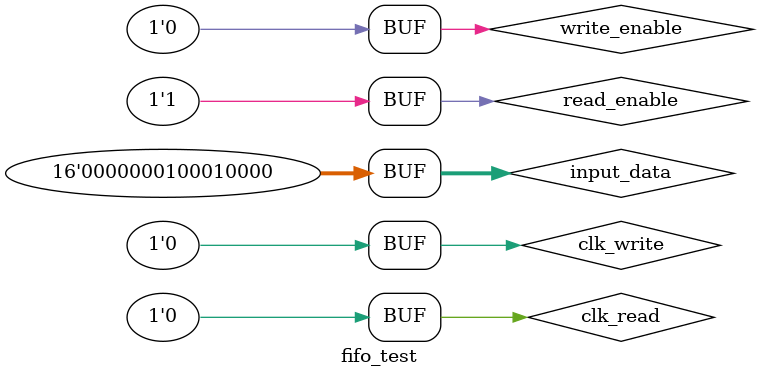
<source format=v>
`timescale 1ns / 1ps

module fifo_test;

    // Inputs
    reg clk_read;
    reg clk_write;
    reg [15:0] input_data;
    reg write_enable;
    reg read_enable;

    // Outputs
    wire [15:0] output_data;
    wire fifo_full;
    wire fifo_empty;

    // Instantiate the Unit Under Test (UUT)
    fifo uut (
        .clk_read(clk_read),
        .clk_write(clk_write),
        .input_data(input_data),
        .output_data(output_data),
        .write_enable(write_enable),
        .read_enable(read_enable),
        .fifo_full(fifo_full),
        .fifo_empty(fifo_empty)
    );

    initial begin
        // Initialize Inputs
        clk_read = 0;
        clk_write = 0;
        input_data = 256;
        write_enable = 1;
        read_enable = 0;

        //write to full
        repeat(16)begin
            #10;
            clk_write = 1;
            #10;
            clk_write = 0;
            input_data = input_data + 1;
        end

        //read to empty
        write_enable = 0;
        read_enable = 1;

        repeat(16)begin
            #10;
            clk_read = 1;
            #10;
            clk_read = 0;
        end

    end

endmodule


</source>
